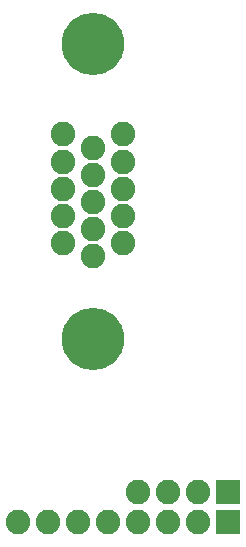
<source format=gbr>
G04 EAGLE Gerber RS-274X export*
G75*
%MOMM*%
%FSLAX34Y34*%
%LPD*%
%INSoldermask Bottom*%
%IPPOS*%
%AMOC8*
5,1,8,0,0,1.08239X$1,22.5*%
G01*
%ADD10R,2.082800X2.082800*%
%ADD11C,2.082800*%
%ADD12C,5.283200*%


D10*
X190500Y38100D03*
D11*
X165100Y38100D03*
X139700Y38100D03*
X114300Y38100D03*
D10*
X190500Y12700D03*
D11*
X165100Y12700D03*
X139700Y12700D03*
X114300Y12700D03*
X88900Y12700D03*
X63500Y12700D03*
X38100Y12700D03*
X12700Y12700D03*
X76200Y260400D03*
X76200Y283300D03*
X76200Y306200D03*
X76200Y329100D03*
X50800Y248900D03*
X50800Y271800D03*
X50800Y294700D03*
X50800Y317600D03*
D12*
X76200Y167100D03*
X76200Y417100D03*
D11*
X76200Y237500D03*
X50800Y340500D03*
X101600Y248900D03*
X101600Y271800D03*
X101600Y294700D03*
X101600Y317600D03*
X101600Y340500D03*
M02*

</source>
